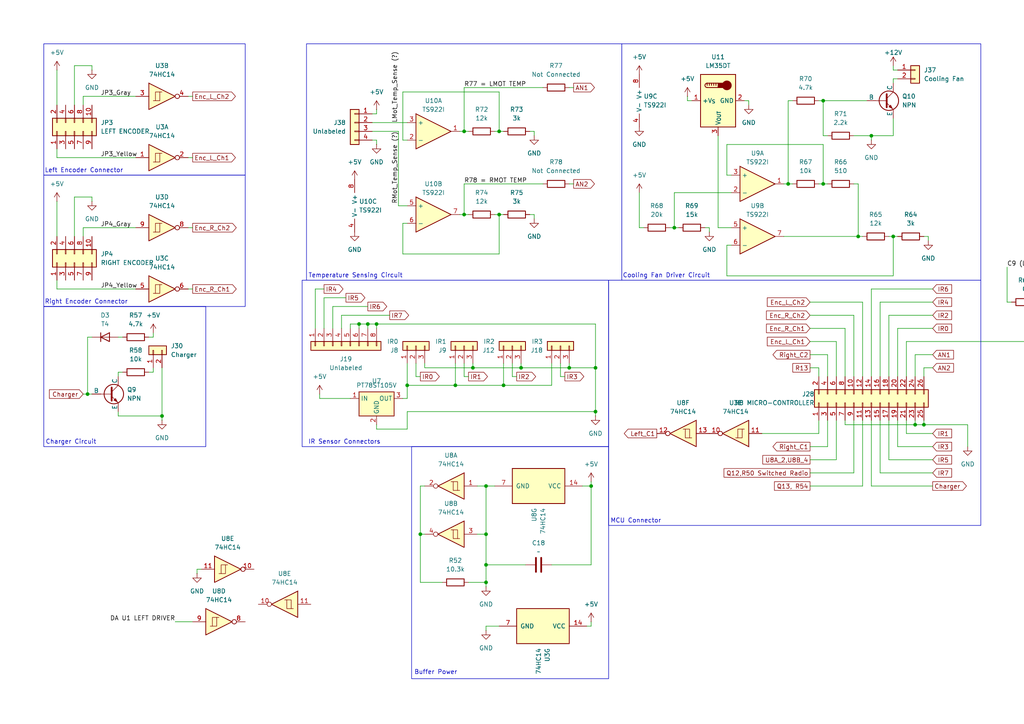
<source format=kicad_sch>
(kicad_sch (version 20231120) (generator "eeschema") (generator_version "8.0")
  (paper "A4")
  (junction (at 140.97 163.83))
  (junction (at 312.42 87.63))
  (junction (at 165.1 106.68))
  (junction (at 238.76 29.21))
  (junction (at 265.43 123.19))
  (junction (at 140.97 140.97))
  (junction (at 104.14 93.98))
  (junction (at 109.22 93.98))
  (junction (at 228.6 53.34))
  (junction (at 172.72 119.38))
  (junction (at 46.99 120.65))
  (junction (at 195.58 66.04))
  (junction (at 259.08 68.58))
  (junction (at 140.97 154.94))
  (junction (at 118.11 111.76))
  (junction (at 106.68 93.98))
  (junction (at 134.62 38.1))
  (junction (at 140.97 168.91))
  (junction (at 144.78 62.23))
  (junction (at 267.97 123.19))
  (junction (at 25.4 114.3))
  (junction (at 137.16 106.68))
  (junction (at 144.78 38.1))
  (junction (at 248.92 68.58))
  (junction (at 302.26 87.63))
  (junction (at 121.92 154.94))
  (junction (at 134.62 62.23))
  (junction (at 151.13 106.68))
  (junction (at 146.05 111.76))
  (junction (at 238.76 53.34))
  (junction (at 171.45 140.97))
  (junction (at 252.73 39.37))
  (junction (at 132.08 111.76))
  (junction (at 172.72 106.68))
  (wire (pts (xy 238.76 53.34) (xy 240.03 53.34)))
  (wire (pts (xy 107.95 35.56) (xy 118.11 35.56)))
  (wire (pts (xy 321.31 87.63) (xy 322.58 87.63)))
  (wire (pts (xy 259.08 20.32) (xy 259.08 19.05)))
  (wire (pts (xy 163.83 109.22) (xy 162.56 109.22)))
  (wire (pts (xy 154.94 63.5) (xy 154.94 62.23)))
  (wire (pts (xy 151.13 106.68) (xy 165.1 106.68)))
  (wire (pts (xy 280.67 123.19) (xy 280.67 129.54)))
  (wire (pts (xy 237.49 29.21) (xy 238.76 29.21)))
  (wire (pts (xy 292.1 77.47) (xy 292.1 87.63)))
  (wire (pts (xy 171.45 181.61) (xy 170.18 181.61)))
  (wire (pts (xy 140.97 154.94) (xy 140.97 163.83)))
  (wire (pts (xy 109.22 124.46) (xy 109.22 123.19)))
  (wire (pts (xy 250.19 87.63) (xy 234.95 87.63)))
  (wire (pts (xy 194.31 66.04) (xy 195.58 66.04)))
  (wire (pts (xy 109.22 41.91) (xy 109.22 40.64)))
  (wire (pts (xy 220.98 125.73) (xy 237.49 125.73)))
  (wire (pts (xy 44.45 97.79) (xy 43.18 97.79)))
  (wire (pts (xy 238.76 29.21) (xy 238.76 39.37)))
  (wire (pts (xy 259.08 34.29) (xy 259.08 39.37)))
  (wire (pts (xy 165.1 106.68) (xy 165.1 105.41)))
  (wire (pts (xy 210.82 71.12) (xy 210.82 80.01)))
  (wire (pts (xy 270.51 133.35) (xy 257.81 133.35)))
  (wire (pts (xy 134.62 109.22) (xy 134.62 105.41)))
  (wire (pts (xy 237.49 106.68) (xy 237.49 109.22)))
  (wire (pts (xy 151.13 105.41) (xy 151.13 106.68)))
  (wire (pts (xy 55.88 45.72) (xy 54.61 45.72)))
  (wire (pts (xy 16.51 58.42) (xy 16.51 68.58)))
  (wire (pts (xy 121.92 109.22) (xy 120.65 109.22)))
  (wire (pts (xy 144.78 38.1) (xy 146.05 38.1)))
  (wire (pts (xy 143.51 140.97) (xy 140.97 140.97)))
  (wire (pts (xy 242.57 109.22) (xy 242.57 99.06)))
  (wire (pts (xy 247.65 121.92) (xy 247.65 137.16)))
  (wire (pts (xy 267.97 106.68) (xy 270.51 106.68)))
  (wire (pts (xy 171.45 139.7) (xy 171.45 140.97)))
  (wire (pts (xy 172.72 106.68) (xy 172.72 119.38)))
  (wire (pts (xy 144.78 26.67) (xy 116.84 26.67)))
  (wire (pts (xy 257.81 91.44) (xy 270.51 91.44)))
  (wire (pts (xy 238.76 29.21) (xy 251.46 29.21)))
  (wire (pts (xy 238.76 39.37) (xy 240.03 39.37)))
  (wire (pts (xy 118.11 124.46) (xy 118.11 119.38)))
  (wire (pts (xy 151.13 106.68) (xy 137.16 106.68)))
  (wire (pts (xy 171.45 163.83) (xy 171.45 140.97)))
  (wire (pts (xy 205.74 66.04) (xy 204.47 66.04)))
  (wire (pts (xy 252.73 40.64) (xy 252.73 39.37)))
  (wire (pts (xy 240.03 109.22) (xy 240.03 102.87)))
  (wire (pts (xy 115.57 59.69) (xy 118.11 59.69)))
  (wire (pts (xy 237.49 53.34) (xy 238.76 53.34)))
  (wire (pts (xy 215.9 29.21) (xy 217.17 29.21)))
  (wire (pts (xy 234.95 91.44) (xy 247.65 91.44)))
  (wire (pts (xy 148.59 109.22) (xy 148.59 105.41)))
  (wire (pts (xy 238.76 41.91) (xy 210.82 41.91)))
  (wire (pts (xy 228.6 29.21) (xy 229.87 29.21)))
  (wire (pts (xy 99.06 95.25) (xy 99.06 91.44)))
  (wire (pts (xy 165.1 106.68) (xy 172.72 106.68)))
  (wire (pts (xy 267.97 123.19) (xy 267.97 121.92)))
  (wire (pts (xy 248.92 53.34) (xy 247.65 53.34)))
  (wire (pts (xy 54.61 66.04) (xy 55.88 66.04)))
  (wire (pts (xy 238.76 53.34) (xy 238.76 41.91)))
  (wire (pts (xy 257.81 121.92) (xy 257.81 133.35)))
  (wire (pts (xy 255.27 121.92) (xy 255.27 137.16)))
  (wire (pts (xy 262.89 125.73) (xy 270.51 125.73)))
  (wire (pts (xy 21.59 57.15) (xy 21.59 68.58)))
  (wire (pts (xy 265.43 102.87) (xy 265.43 109.22)))
  (wire (pts (xy 160.02 111.76) (xy 146.05 111.76)))
  (wire (pts (xy 34.29 120.65) (xy 34.29 119.38)))
  (wire (pts (xy 144.78 62.23) (xy 144.78 73.66)))
  (wire (pts (xy 259.08 20.32) (xy 260.35 20.32)))
  (wire (pts (xy 109.22 33.02) (xy 107.95 33.02)))
  (wire (pts (xy 242.57 133.35) (xy 242.57 121.92)))
  (wire (pts (xy 240.03 102.87) (xy 234.95 102.87)))
  (wire (pts (xy 228.6 53.34) (xy 227.33 53.34)))
  (wire (pts (xy 34.29 109.22) (xy 34.29 107.95)))
  (wire (pts (xy 270.51 95.25) (xy 260.35 95.25)))
  (wire (pts (xy 134.62 62.23) (xy 134.62 53.34)))
  (wire (pts (xy 134.62 25.4) (xy 134.62 38.1)))
  (wire (pts (xy 134.62 53.34) (xy 157.48 53.34)))
  (wire (pts (xy 185.42 55.88) (xy 185.42 66.04)))
  (wire (pts (xy 227.33 68.58) (xy 248.92 68.58)))
  (wire (pts (xy 121.92 154.94) (xy 121.92 168.91)))
  (wire (pts (xy 162.56 109.22) (xy 162.56 105.41)))
  (wire (pts (xy 228.6 29.21) (xy 228.6 53.34)))
  (wire (pts (xy 135.89 109.22) (xy 134.62 109.22)))
  (wire (pts (xy 312.42 87.63) (xy 313.69 87.63)))
  (wire (pts (xy 116.84 40.64) (xy 118.11 40.64)))
  (wire (pts (xy 34.29 97.79) (xy 35.56 97.79)))
  (wire (pts (xy 154.94 39.37) (xy 154.94 38.1)))
  (wire (pts (xy 134.62 62.23) (xy 135.89 62.23)))
  (wire (pts (xy 25.4 114.3) (xy 26.67 114.3)))
  (wire (pts (xy 292.1 87.63) (xy 293.37 87.63)))
  (wire (pts (xy 257.81 68.58) (xy 259.08 68.58)))
  (wire (pts (xy 100.33 86.36) (xy 93.98 86.36)))
  (wire (pts (xy 144.78 73.66) (xy 116.84 73.66)))
  (wire (pts (xy 96.52 88.9) (xy 96.52 95.25)))
  (wire (pts (xy 24.13 66.04) (xy 39.37 66.04)))
  (wire (pts (xy 58.42 165.1) (xy 57.15 165.1)))
  (wire (pts (xy 26.67 57.15) (xy 26.67 58.42)))
  (wire (pts (xy 195.58 55.88) (xy 212.09 55.88)))
  (wire (pts (xy 92.71 115.57) (xy 101.6 115.57)))
  (wire (pts (xy 137.16 106.68) (xy 123.19 106.68)))
  (wire (pts (xy 269.24 68.58) (xy 267.97 68.58)))
  (wire (pts (xy 24.13 114.3) (xy 25.4 114.3)))
  (wire (pts (xy 118.11 119.38) (xy 172.72 119.38)))
  (wire (pts (xy 237.49 125.73) (xy 237.49 121.92)))
  (wire (pts (xy 101.6 95.25) (xy 101.6 93.98)))
  (wire (pts (xy 99.06 91.44) (xy 113.03 91.44)))
  (wire (pts (xy 262.89 99.06) (xy 312.42 99.06)))
  (wire (pts (xy 270.51 83.82) (xy 252.73 83.82)))
  (wire (pts (xy 242.57 99.06) (xy 234.95 99.06)))
  (wire (pts (xy 123.19 140.97) (xy 121.92 140.97)))
  (wire (pts (xy 116.84 64.77) (xy 118.11 64.77)))
  (wire (pts (xy 165.1 53.34) (xy 166.37 53.34)))
  (wire (pts (xy 140.97 181.61) (xy 144.78 181.61)))
  (wire (pts (xy 44.45 96.52) (xy 44.45 97.79)))
  (wire (pts (xy 50.8 180.34) (xy 55.88 180.34)))
  (wire (pts (xy 109.22 93.98) (xy 106.68 93.98)))
  (wire (pts (xy 252.73 39.37) (xy 259.08 39.37)))
  (wire (pts (xy 16.51 81.28) (xy 16.51 83.82)))
  (wire (pts (xy 210.82 50.8) (xy 210.82 41.91)))
  (wire (pts (xy 26.67 19.05) (xy 26.67 20.32)))
  (wire (pts (xy 16.51 43.18) (xy 16.51 45.72)))
  (wire (pts (xy 210.82 50.8) (xy 212.09 50.8)))
  (wire (pts (xy 259.08 68.58) (xy 259.08 80.01)))
  (wire (pts (xy 134.62 38.1) (xy 135.89 38.1)))
  (wire (pts (xy 140.97 182.88) (xy 140.97 181.61)))
  (wire (pts (xy 154.94 38.1) (xy 153.67 38.1)))
  (wire (pts (xy 245.11 121.92) (xy 245.11 123.19)))
  (wire (pts (xy 140.97 168.91) (xy 135.89 168.91)))
  (wire (pts (xy 24.13 30.48) (xy 24.13 27.94)))
  (wire (pts (xy 260.35 22.86) (xy 259.08 22.86)))
  (wire (pts (xy 116.84 64.77) (xy 116.84 73.66)))
  (wire (pts (xy 247.65 39.37) (xy 252.73 39.37)))
  (wire (pts (xy 260.35 121.92) (xy 260.35 129.54)))
  (wire (pts (xy 21.59 19.05) (xy 21.59 30.48)))
  (wire (pts (xy 109.22 95.25) (xy 109.22 93.98)))
  (wire (pts (xy 195.58 66.04) (xy 195.58 55.88)))
  (wire (pts (xy 16.51 45.72) (xy 39.37 45.72)))
  (wire (pts (xy 302.26 87.63) (xy 302.26 88.9)))
  (wire (pts (xy 143.51 62.23) (xy 144.78 62.23)))
  (wire (pts (xy 106.68 88.9) (xy 96.52 88.9)))
  (wire (pts (xy 109.22 93.98) (xy 172.72 93.98)))
  (wire (pts (xy 255.27 87.63) (xy 255.27 109.22)))
  (wire (pts (xy 262.89 109.22) (xy 262.89 99.06)))
  (wire (pts (xy 138.43 154.94) (xy 140.97 154.94)))
  (wire (pts (xy 269.24 69.85) (xy 269.24 68.58)))
  (wire (pts (xy 21.59 19.05) (xy 26.67 19.05)))
  (wire (pts (xy 115.57 38.1) (xy 115.57 59.69)))
  (wire (pts (xy 250.19 109.22) (xy 250.19 87.63)))
  (wire (pts (xy 146.05 111.76) (xy 132.08 111.76)))
  (wire (pts (xy 118.11 115.57) (xy 118.11 111.76)))
  (wire (pts (xy 120.65 109.22) (xy 120.65 105.41)))
  (wire (pts (xy 262.89 121.92) (xy 262.89 125.73)))
  (wire (pts (xy 140.97 163.83) (xy 152.4 163.83)))
  (wire (pts (xy 25.4 97.79) (xy 25.4 114.3)))
  (wire (pts (xy 149.86 109.22) (xy 148.59 109.22)))
  (wire (pts (xy 228.6 53.34) (xy 229.87 53.34)))
  (wire (pts (xy 92.71 114.3) (xy 92.71 115.57)))
  (wire (pts (xy 199.39 29.21) (xy 200.66 29.21)))
  (wire (pts (xy 140.97 168.91) (xy 140.97 170.18)))
  (wire (pts (xy 107.95 38.1) (xy 115.57 38.1)))
  (wire (pts (xy 160.02 163.83) (xy 171.45 163.83)))
  (wire (pts (xy 270.51 102.87) (xy 265.43 102.87)))
  (wire (pts (xy 93.98 83.82) (xy 91.44 83.82)))
  (wire (pts (xy 118.11 111.76) (xy 132.08 111.76)))
  (wire (pts (xy 57.15 165.1) (xy 57.15 166.37)))
  (wire (pts (xy 93.98 86.36) (xy 93.98 95.25)))
  (wire (pts (xy 34.29 107.95) (xy 35.56 107.95)))
  (wire (pts (xy 134.62 38.1) (xy 133.35 38.1)))
  (wire (pts (xy 267.97 109.22) (xy 267.97 106.68)))
  (wire (pts (xy 259.08 80.01) (xy 210.82 80.01)))
  (wire (pts (xy 116.84 115.57) (xy 118.11 115.57)))
  (wire (pts (xy 46.99 120.65) (xy 46.99 106.68)))
  (wire (pts (xy 248.92 53.34) (xy 248.92 68.58)))
  (wire (pts (xy 104.14 93.98) (xy 106.68 93.98)))
  (wire (pts (xy 312.42 87.63) (xy 312.42 99.06)))
  (wire (pts (xy 234.95 129.54) (xy 240.03 129.54)))
  (wire (pts (xy 123.19 106.68) (xy 123.19 105.41)))
  (wire (pts (xy 132.08 111.76) (xy 132.08 105.41)))
  (wire (pts (xy 265.43 123.19) (xy 267.97 123.19)))
  (wire (pts (xy 143.51 38.1) (xy 144.78 38.1)))
  (wire (pts (xy 154.94 62.23) (xy 153.67 62.23)))
  (wire (pts (xy 300.99 87.63) (xy 302.26 87.63)))
  (wire (pts (xy 212.09 66.04) (xy 208.28 66.04)))
  (wire (pts (xy 250.19 140.97) (xy 234.95 140.97)))
  (wire (pts (xy 257.81 109.22) (xy 257.81 91.44)))
  (wire (pts (xy 250.19 140.97) (xy 250.19 121.92)))
  (wire (pts (xy 121.92 140.97) (xy 121.92 154.94)))
  (wire (pts (xy 210.82 71.12) (xy 212.09 71.12)))
  (wire (pts (xy 16.51 83.82) (xy 39.37 83.82)))
  (wire (pts (xy 91.44 83.82) (xy 91.44 95.25)))
  (wire (pts (xy 260.35 95.25) (xy 260.35 109.22)))
  (wire (pts (xy 137.16 106.68) (xy 137.16 105.41)))
  (wire (pts (xy 252.73 83.82) (xy 252.73 109.22)))
  (wire (pts (xy 46.99 120.65) (xy 34.29 120.65)))
  (wire (pts (xy 260.35 129.54) (xy 270.51 129.54)))
  (wire (pts (xy 248.92 68.58) (xy 250.19 68.58)))
  (wire (pts (xy 234.95 133.35) (xy 242.57 133.35)))
  (wire (pts (xy 140.97 140.97) (xy 140.97 154.94)))
  (wire (pts (xy 121.92 168.91) (xy 128.27 168.91)))
  (wire (pts (xy 265.43 121.92) (xy 265.43 123.19)))
  (wire (pts (xy 54.61 83.82) (xy 55.88 83.82)))
  (wire (pts (xy 195.58 66.04) (xy 196.85 66.04)))
  (wire (pts (xy 121.92 154.94) (xy 123.19 154.94)))
  (wire (pts (xy 322.58 86.36) (xy 322.58 87.63)))
  (wire (pts (xy 44.45 107.95) (xy 43.18 107.95)))
  (wire (pts (xy 109.22 124.46) (xy 118.11 124.46)))
  (wire (pts (xy 55.88 27.94) (xy 54.61 27.94)))
  (wire (pts (xy 303.53 87.63) (xy 302.26 87.63)))
  (wire (pts (xy 24.13 27.94) (xy 39.37 27.94)))
  (wire (pts (xy 252.73 140.97) (xy 270.51 140.97)))
  (wire (pts (xy 259.08 22.86) (xy 259.08 24.13)))
  (wire (pts (xy 311.15 87.63) (xy 312.42 87.63)))
  (wire (pts (xy 234.95 106.68) (xy 237.49 106.68)))
  (wire (pts (xy 245.11 123.19) (xy 265.43 123.19)))
  (wire (pts (xy 138.43 140.97) (xy 140.97 140.97)))
  (wire (pts (xy 208.28 39.37) (xy 208.28 66.04)))
  (wire (pts (xy 259.08 68.58) (xy 260.35 68.58)))
  (wire (pts (xy 25.4 97.79) (xy 26.67 97.79)))
  (wire (pts (xy 101.6 93.98) (xy 104.14 93.98)))
  (wire (pts (xy 172.72 93.98) (xy 172.72 106.68)))
  (wire (pts (xy 234.95 95.25) (xy 245.11 95.25)))
  (wire (pts (xy 24.13 68.58) (xy 24.13 66.04)))
  (wire (pts (xy 16.51 20.32) (xy 16.51 30.48)))
  (wire (pts (xy 172.72 119.38) (xy 172.72 120.65)))
  (wire (pts (xy 165.1 25.4) (xy 166.37 25.4)))
  (wire (pts (xy 247.65 91.44) (xy 247.65 109.22)))
  (wire (pts (xy 146.05 105.41) (xy 146.05 111.76)))
  (wire (pts (xy 106.68 93.98) (xy 106.68 95.25)))
  (wire (pts (xy 255.27 137.16) (xy 270.51 137.16)))
  (wire (pts (xy 21.59 57.15) (xy 26.67 57.15)))
  (wire (pts (xy 116.84 26.67) (xy 116.84 40.64)))
  (wire (pts (xy 160.02 105.41) (xy 160.02 111.76)))
  (wire (pts (xy 199.39 27.94) (xy 199.39 29.21)))
  (wire (pts (xy 46.99 121.92) (xy 46.99 120.65)))
  (wire (pts (xy 118.11 105.41) (xy 118.11 111.76)))
  (wire (pts (xy 217.17 29.21) (xy 217.17 30.48)))
  (wire (pts (xy 144.78 62.23) (xy 146.05 62.23)))
  (wire (pts (xy 109.22 40.64) (xy 107.95 40.64)))
  (wire (pts (xy 171.45 181.61) (xy 171.45 180.34)))
  (wire (pts (xy 109.22 31.75) (xy 109.22 33.02)))
  (wire (pts (xy 140.97 163.83) (xy 140.97 168.91)))
  (wire (pts (xy 245.11 95.25) (xy 245.11 109.22)))
  (wire (pts (xy 252.73 121.92) (xy 252.73 140.97)))
  (wire (pts (xy 205.74 67.31) (xy 205.74 66.04)))
  (wire (pts (xy 234.95 137.16) (xy 247.65 137.16)))
  (wire (pts (xy 44.45 106.68) (xy 44.45 107.95)))
  (wire (pts (xy 144.78 38.1) (xy 144.78 26.67)))
  (wire (pts (xy 133.35 62.23) (xy 134.62 62.23)))
  (wire (pts (xy 185.42 66.04) (xy 186.69 66.04)))
  (wire (pts (xy 240.03 129.54) (xy 240.03 121.92)))
  (wire (pts (xy 267.97 123.19) (xy 280.67 123.19)))
  (wire (pts (xy 134.62 25.4) (xy 157.48 25.4)))
  (wire (pts (xy 171.45 140.97) (xy 168.91 140.97)))
  (wire (pts (xy 104.14 93.98) (xy 104.14 95.25)))
  (wire (pts (xy 270.51 87.63) (xy 255.27 87.63)))
  (rectangle (start 12.7 12.7) (end 71.12 50.8))
  (rectangle (start 176.53 81.28) (end 284.48 152.4))
  (rectangle (start 119.38 129.54) (end 176.53 196.85))
  (rectangle (start 12.7 50.8) (end 71.12 88.9))
  (rectangle (start 88.9 12.7) (end 180.34 81.28))
  (rectangle (start 87.63 81.28) (end 176.53 129.54))
  (rectangle (start 180.34 12.7) (end 284.48 81.28))
  (rectangle (start 12.7 88.9) (end 59.69 129.54))
  (text "IR Sensor Connectors" (at 89.408 128.27 0) (effects (font (size 1.27 1.27)) (justify left)))
  (text "Cooling Fan Driver Circuit\n" (at 180.594 80.01 0) (effects (font (size 1.27 1.27)) (justify left)))
  (text "Buffer Power\n" (at 120.142 195.072 0) (effects (font (size 1.27 1.27)) (justify left)))
  (text "MCU Connector\n" (at 177.038 151.13 0) (effects (font (size 1.27 1.27)) (justify left)))
  (text "Left Encoder Connector\n" (at 12.954 49.53 0) (effects (font (size 1.27 1.27)) (justify left)))
  (text "Charger Circuit" (at 13.208 128.27 0) (effects (font (size 1.27 1.27)) (justify left)))
  (text "Temperature Sensing Circuit" (at 89.408 80.01 0) (effects (font (size 1.27 1.27)) (justify left)))
  (text "Right Encoder Connector\n" (at 12.954 87.63 0) (effects (font (size 1.27 1.27)) (justify left)))
  (label "JP4_Gray" (at 29.21 66.04 0))
  (label "JP3_Yellow" (at 29.21 45.72 0))
  (label "DA U1 LEFT DRIVER" (at 50.8 180.34 180))
  (label "R77 = LMOT TEMP" (at 134.62 25.4 0))
  (label "R78 = RMOT TEMP" (at 134.62 53.34 0))
  (label "RMot_Temp_Sense (?)" (at 115.57 38.1 270))
  (label "C9 (Left Drv)" (at 292.1 77.47 0))
  (label "JP4_Yellow" (at 29.21 83.82 0))
  (label "LMot_Temp_Sense (?)" (at 115.57 35.56 90))
  (label "JP3_Gray" (at 29.21 27.94 0))
  (global_label "Left_C1" (shape output) (at 190.5 125.73 180) (property "Intersheetrefs" "${INTERSHEET_REFS}" (effects (hide yes))))
  (global_label "Charger" (shape input) (at 24.13 114.3 180) (property "Intersheetrefs" "${INTERSHEET_REFS}" (effects (hide yes))))
  (global_label "Enc_L_Ch2" (shape input) (at 234.95 87.63 180) (property "Intersheetrefs" "${INTERSHEET_REFS}" (effects (hide yes))))
  (global_label "IR1" (shape input) (at 270.51 125.73 0) (property "Intersheetrefs" "${INTERSHEET_REFS}" (effects (hide yes))))
  (global_label "IR3" (shape input) (at 270.51 129.54 0) (property "Intersheetrefs" "${INTERSHEET_REFS}" (effects (hide yes))))
  (global_label "Enc_R_Ch2" (shape input) (at 234.95 91.44 180) (property "Intersheetrefs" "${INTERSHEET_REFS}" (effects (hide yes))))
  (global_label "Q12,R50 Switched Radio" (shape passive) (at 234.95 137.16 180) (property "Intersheetrefs" "${INTERSHEET_REFS}" (effects (hide yes))))
  (global_label "Enc_R_Ch1" (shape output) (at 55.88 83.82 0) (property "Intersheetrefs" "${INTERSHEET_REFS}" (effects (hide yes))))
  (global_label "Q13, R54" (shape passive) (at 234.95 140.97 180) (property "Intersheetrefs" "${INTERSHEET_REFS}" (effects (hide yes))))
  (global_label "U8A_2,U8B_4" (shape passive) (at 234.95 133.35 180) (property "Intersheetrefs" "${INTERSHEET_REFS}" (effects (hide yes))))
  (global_label "IR4" (shape output) (at 93.98 83.82 0) (property "Intersheetrefs" "${INTERSHEET_REFS}" (effects (hide yes))))
  (global_label "Enc_R_Ch2" (shape output) (at 55.88 66.04 0) (property "Intersheetrefs" "${INTERSHEET_REFS}" (effects (hide yes))))
  (global_label "Enc_R_Ch1" (shape input) (at 234.95 95.25 180) (property "Intersheetrefs" "${INTERSHEET_REFS}" (effects (hide yes))))
  (global_label "IR6" (shape input) (at 270.51 83.82 0) (property "Intersheetrefs" "${INTERSHEET_REFS}" (effects (hide yes))))
  (global_label "Charger" (shape output) (at 270.51 140.97 0) (property "Intersheetrefs" "${INTERSHEET_REFS}" (effects (hide yes))))
  (global_label "IR3" (shape output) (at 163.83 109.22 0) (property "Intersheetrefs" "${INTERSHEET_REFS}" (effects (hide yes))))
  (global_label "Enc_L_Ch1" (shape input) (at 234.95 99.06 180) (property "Intersheetrefs" "${INTERSHEET_REFS}" (effects (hide yes))))
  (global_label "IR5" (shape input) (at 270.51 133.35 0) (property "Intersheetrefs" "${INTERSHEET_REFS}" (effects (hide yes))))
  (global_label "Right_C1" (shape output) (at 234.95 129.54 180) (property "Intersheetrefs" "${INTERSHEET_REFS}" (effects (hide yes))))
  (global_label "R13" (shape passive) (at 234.95 106.68 180) (property "Intersheetrefs" "${INTERSHEET_REFS}" (effects (hide yes))))
  (global_label "AN1" (shape output) (at 166.37 25.4 0) (property "Intersheetrefs" "${INTERSHEET_REFS}" (effects (hide yes))))
  (global_label "AN2" (shape input) (at 270.51 106.68 0) (property "Intersheetrefs" "${INTERSHEET_REFS}" (effects (hide yes))))
  (global_label "IR1" (shape output) (at 135.89 109.22 0) (property "Intersheetrefs" "${INTERSHEET_REFS}" (effects (hide yes))))
  (global_label "IR2" (shape output) (at 149.86 109.22 0) (property "Intersheetrefs" "${INTERSHEET_REFS}" (effects (hide yes))))
  (global_label "Enc_L_Ch2" (shape output) (at 55.88 27.94 0) (property "Intersheetrefs" "${INTERSHEET_REFS}" (effects (hide yes))))
  (global_label "IR4" (shape input) (at 270.51 87.63 0) (property "Intersheetrefs" "${INTERSHEET_REFS}" (effects (hide yes))))
  (global_label "IR0" (shape input) (at 270.51 95.25 0) (property "Intersheetrefs" "${INTERSHEET_REFS}" (effects (hide yes))))
  (global_label "IR6" (shape output) (at 106.68 88.9 0) (property "Intersheetrefs" "${INTERSHEET_REFS}" (effects (hide yes))))
  (global_label "IR7" (shape output) (at 113.03 91.44 0) (property "Intersheetrefs" "${INTERSHEET_REFS}" (effects (hide yes))))
  (global_label "AN1" (shape input) (at 270.51 102.87 0) (property "Intersheetrefs" "${INTERSHEET_REFS}" (effects (hide yes))))
  (global_label "AN2" (shape output) (at 166.37 53.34 0) (property "Intersheetrefs" "${INTERSHEET_REFS}" (effects (hide yes))))
  (global_label "Enc_L_Ch1" (shape output) (at 55.88 45.72 0) (property "Intersheetrefs" "${INTERSHEET_REFS}" (effects (hide yes))))
  (global_label "Right_C2" (shape output) (at 234.95 102.87 180) (property "Intersheetrefs" "${INTERSHEET_REFS}" (effects (hide yes))))
  (global_label "IR5" (shape output) (at 100.33 86.36 0) (property "Intersheetrefs" "${INTERSHEET_REFS}" (effects (hide yes))))
  (global_label "IR2" (shape input) (at 270.51 91.44 0) (property "Intersheetrefs" "${INTERSHEET_REFS}" (effects (hide yes))))
  (global_label "IR0" (shape output) (at 121.92 109.22 0) (property "Intersheetrefs" "${INTERSHEET_REFS}" (effects (hide yes))))
  (global_label "IR7" (shape input) (at 270.51 137.16 0) (property "Intersheetrefs" "${INTERSHEET_REFS}" (effects (hide yes))))
  (symbol (lib_id "74xx:74HC14") (at 46.99 27.94 0) (unit 2)
    (property "Reference" "U3" (at 46.99 19.05 0))
    (property "Value" "74HC14" (at 46.99 21.59 0))
    (property "Footprint" "Package_DIP:DIP-14_W7.62mm_SMDSocket_SmallPads" (effects (hide yes)))
    (property "Datasheet" "http://www.ti.com/lit/gpn/sn74HC14" (effects (hide yes)))
    (property "Description" "Hex inverter schmitt trigger" (effects (hide yes)))
  )
  (symbol (lib_name "Conn_01x03_1") (lib_id "Connector_Generic:Conn_01x03") (at 148.59 100.33 90) (unit 1)
    (property "Reference" "J12" (at 143.51 101.6001 90) (effects (justify left)))
    (property "Value" "IR2" (at 143.51 99.0601 90) (effects (justify left)))
    (property "Description" "Generic connector, single row, 01x03, script generated (kicad-library-utils/schlib/autogen/connector/)" (effects (hide yes)))
  )
  (symbol (lib_id "74xx:74HC14") (at 82.55 175.26 0) (mirror y) (unit 5)
    (property "Reference" "U8" (at 82.55 166.37 0))
    (property "Value" "74HC14" (at 82.55 168.91 0))
    (property "Footprint" "Package_DIP:DIP-14_W7.62mm_SMDSocket_SmallPads" (effects (hide yes)))
    (property "Datasheet" "http://www.ti.com/lit/gpn/sn74HC14" (effects (hide yes)))
    (property "Description" "Hex inverter schmitt trigger" (effects (hide yes)))
  )
  (symbol (lib_id "power:GND") (at 280.67 129.54 0) (unit 1)
    (property "Reference" "#PWR026" (effects (hide yes)))
    (property "Value" "GND" (at 280.67 134.62 0))
    (property "Description" "Power symbol creates a global label with name \"GND\" , ground" (effects (hide yes)))
  )
  (symbol (lib_id "Device:R") (at 39.37 97.79 90) (unit 1)
    (property "Reference" "R57" (at 39.37 91.44 90))
    (property "Value" "4.7k" (at 39.37 93.98 90))
    (property "Description" "Resistor" (effects (hide yes)))
  )
  (symbol (lib_id "Device:R") (at 264.16 68.58 90) (unit 1)
    (property "Reference" "R64" (at 264.16 62.23 90))
    (property "Value" "3k" (at 264.16 64.77 90))
    (property "Description" "Resistor" (effects (hide yes)))
  )
  (symbol (lib_id "power:+12V") (at 259.08 19.05 0) (unit 1)
    (property "Reference" "#PWR032" (effects (hide yes)))
    (property "Value" "+12V" (at 259.08 15.24 0))
    (property "Description" "Power symbol creates a global label with name \"+12V\"" (effects (hide yes)))
  )
  (symbol (lib_id "74xx:74HC14") (at 63.5 180.34 0) (unit 4)
    (property "Reference" "U8" (at 63.5 171.45 0))
    (property "Value" "74HC14" (at 63.5 173.99 0))
    (property "Datasheet" "http://www.ti.com/lit/gpn/sn74HC14" (effects (hide yes)))
    (property "Description" "Hex inverter schmitt trigger" (effects (hide yes)))
  )
  (symbol (lib_name "Conn_01x03_2") (lib_id "Connector_Generic:Conn_01x03") (at 120.65 100.33 90) (unit 1)
    (property "Reference" "J8" (at 115.57 101.6001 90) (effects (justify left)))
    (property "Value" "IR0" (at 115.57 99.0601 90) (effects (justify left)))
    (property "Description" "Generic connector, single row, 01x03, script generated (kicad-library-utils/schlib/autogen/connector/)" (effects (hide yes)))
  )
  (symbol (lib_id "Connector_Generic:Conn_01x08") (at 99.06 100.33 90) (mirror x) (unit 1)
    (property "Reference" "J19" (at 100.33 104.14 90))
    (property "Value" "Unlabeled" (at 100.33 106.68 90))
    (property "Description" "Generic connector, single row, 01x08, script generated (kicad-library-utils/schlib/autogen/connector/)" (effects (hide yes)))
  )
  (symbol (lib_id "Connector_Generic:Conn_01x04") (at 102.87 35.56 0) (mirror y) (unit 1)
    (property "Reference" "J38" (at 100.33 35.5599 0) (effects (justify left)))
    (property "Value" "Unlabeled" (at 100.33 38.0999 0) (effects (justify left)))
    (property "Description" "Generic connector, single row, 01x04, script generated (kicad-library-utils/schlib/autogen/connector/)" (effects (hide yes)))
  )
  (symbol (lib_id "power:GND") (at 140.97 170.18 0) (unit 1)
    (property "Reference" "#PWR07" (effects (hide yes)))
    (property "Value" "GND" (at 140.97 175.26 0))
    (property "Description" "Power symbol creates a global label with name \"GND\" , ground" (effects (hide yes)))
  )
  (symbol (lib_id "power:GND") (at 185.42 36.83 0) (unit 1)
    (property "Reference" "#PWR028" (effects (hide yes)))
    (property "Value" "GND" (at 185.42 41.91 0))
    (property "Description" "Power symbol creates a global label with name \"GND\" , ground" (effects (hide yes)))
  )
  (symbol (lib_id "power:GND") (at 57.15 166.37 0) (unit 1)
    (property "Reference" "#PWR06" (effects (hide yes)))
    (property "Value" "GND" (at 57.15 171.45 0))
    (property "Description" "Power symbol creates a global label with name \"GND\" , ground" (effects (hide yes)))
  )
  (symbol (lib_id "Device:R") (at 297.18 87.63 90) (unit 1)
    (property "Reference" "R61" (at 297.18 81.28 90))
    (property "Value" "0" (at 297.18 83.82 90))
    (property "Description" "Resistor" (effects (hide yes)))
  )
  (symbol (lib_id "power:+5V") (at 16.51 20.32 0) (unit 1)
    (property "Reference" "#PWR01" (effects (hide yes)))
    (property "Value" "+5V" (at 16.51 15.24 0))
    (property "Description" "Power symbol creates a global label with name \"+5V\"" (effects (hide yes)))
  )
  (symbol (lib_id "Device:R") (at 161.29 25.4 90) (unit 1)
    (property "Reference" "R77" (at 161.29 19.05 90))
    (property "Value" "Not Connected" (at 161.29 21.59 90))
    (property "Description" "Resistor" (effects (hide yes)))
  )
  (symbol (lib_id "power:GND") (at 154.94 39.37 0) (unit 1)
    (property "Reference" "#PWR039" (effects (hide yes)))
    (property "Value" "GND" (at 154.94 44.45 0))
    (property "Description" "Power symbol creates a global label with name \"GND\" , ground" (effects (hide yes)))
  )
  (symbol (lib_id "power:GND") (at 26.67 58.42 0) (unit 1)
    (property "Reference" "#PWR05" (effects (hide yes)))
    (property "Value" "GND" (at 26.67 63.5 0))
    (property "Description" "Power symbol creates a global label with name \"GND\" , ground" (effects (hide yes)))
  )
  (symbol (lib_id "power:GND") (at 217.17 30.48 0) (mirror y) (unit 1)
    (property "Reference" "#PWR036" (effects (hide yes)))
    (property "Value" "GND" (at 217.17 35.56 0))
    (property "Description" "Power symbol creates a global label with name \"GND\" , ground" (effects (hide yes)))
  )
  (symbol (lib_id "Device:R") (at 254 68.58 90) (unit 1)
    (property "Reference" "R65" (at 254 62.23 90))
    (property "Value" "12k" (at 254 64.77 90))
    (property "Description" "Resistor" (effects (hide yes)))
  )
  (symbol (lib_id "Device:Opamp_Dual") (at 219.71 53.34 0) (unit 1)
    (property "Reference" "U9" (at 219.71 44.45 0))
    (property "Value" "TS922I" (at 219.71 46.99 0))
    (property "Description" "Dual operational amplifier" (effects (hide yes)))
    (property "Sim.Library" "${KICAD7_SYMBOL_DIR}/Simulation_SPICE.sp" (effects (hide yes)))
    (property "Sim.Name" "kicad_builtin_opamp_dual" (effects (hide yes)))
    (property "Sim.Device" "SUBCKT" (effects (hide yes)))
    (property "Sim.Pins" "1=out1 2=in1- 3=in1+ 4=vee 5=in2+ 6=in2- 7=out2 8=vcc" (effects (hide yes)))
  )
  (symbol (lib_id "74xx:74HC14") (at 46.99 45.72 0) (unit 1)
    (property "Reference" "U3" (at 46.99 36.83 0))
    (property "Value" "74HC14" (at 46.99 39.37 0))
    (property "Footprint" "Package_DIP:DIP-14_W7.62mm_SMDSocket_SmallPads" (effects (hide yes)))
    (property "Datasheet" "http://www.ti.com/lit/gpn/sn74HC14" (effects (hide yes)))
    (property "Description" "Hex inverter schmitt trigger" (effects (hide yes)))
  )
  (symbol (lib_id "74xx:74HC14") (at 46.99 83.82 0) (unit 3)
    (property "Reference" "U3" (at 46.99 74.93 0))
    (property "Value" "74HC14" (at 46.99 77.47 0))
    (property "Footprint" "Package_DIP:DIP-14_W7.62mm_SMDSocket_SmallPads" (effects (hide yes)))
    (property "Datasheet" "http://www.ti.com/lit/gpn/sn74HC14" (effects (hide yes)))
    (property "Description" "Hex inverter schmitt trigger" (effects (hide yes)))
  )
  (symbol (lib_id "74xx:74HC14") (at 156.21 140.97 270) (mirror x) (unit 7)
    (property "Reference" "U8" (at 154.9399 147.32 0) (effects (justify right)))
    (property "Value" "74HC14" (at 157.4799 147.32 0) (effects (justify right)))
    (property "Datasheet" "http://www.ti.com/lit/gpn/sn74HC14" (effects (hide yes)))
    (property "Description" "Hex inverter schmitt trigger" (effects (hide yes)))
  )
  (symbol (lib_id "74xx:74HC14") (at 213.36 125.73 180) (unit 5)
    (property "Reference" "U3" (at 213.36 116.84 0))
    (property "Value" "74HC14" (at 213.36 119.38 0))
    (property "Footprint" "Package_DIP:DIP-14_W7.62mm_SMDSocket_SmallPads" (effects (hide yes)))
    (property "Datasheet" "http://www.ti.com/lit/gpn/sn74HC14" (effects (hide yes)))
    (property "Description" "Hex inverter schmitt trigger" (effects (hide yes)))
  )
  (symbol (lib_id "power:GND") (at 109.22 41.91 0) (unit 1)
    (property "Reference" "#PWR041" (effects (hide yes)))
    (property "Value" "GND" (at 109.22 46.99 0))
    (property "Description" "Power symbol creates a global label with name \"GND\" , ground" (effects (hide yes)))
  )
  (symbol (lib_id "power:GND") (at 252.73 40.64 0) (unit 1)
    (property "Reference" "#PWR030" (effects (hide yes)))
    (property "Value" "GND" (at 252.73 45.72 0))
    (property "Description" "Power symbol creates a global label with name \"GND\" , ground" (effects (hide yes)))
  )
  (symbol (lib_id "Device:Opamp_Dual") (at 125.73 38.1 0) (unit 1)
    (property "Reference" "U10" (at 125.73 29.21 0))
    (property "Value" "TS922I" (at 125.73 31.75 0))
    (property "Description" "Dual operational amplifier" (effects (hide yes)))
    (property "Sim.Library" "${KICAD7_SYMBOL_DIR}/Simulation_SPICE.sp" (effects (hide yes)))
    (property "Sim.Name" "kicad_builtin_opamp_dual" (effects (hide yes)))
    (property "Sim.Device" "SUBCKT" (effects (hide yes)))
    (property "Sim.Pins" "1=out1 2=in1- 3=in1+ 4=vee 5=in2+ 6=in2- 7=out2 8=vcc" (effects (hide yes)))
  )
  (symbol (lib_id "Connector_Generic:Conn_02x05_Odd_Even") (at 21.59 76.2 90) (unit 1)
    (property "Reference" "JP4" (at 29.21 73.6599 90) (effects (justify right)))
    (property "Value" "RIGHT ENCODER" (at 29.21 76.1999 90) (effects (justify right)))
    (property "Description" "Generic connector, double row, 02x05, odd/even pin numbering scheme (row 1 odd numbers, row 2 even numbers), script generated (kicad-library-utils/schlib/autogen/connector/)" (effects (hide yes)))
  )
  (symbol (lib_id "Device:Opamp_Dual") (at 219.71 68.58 0) (unit 2)
    (property "Reference" "U9" (at 219.71 59.69 0))
    (property "Value" "TS922I" (at 219.71 62.23 0))
    (property "Description" "Dual operational amplifier" (effects (hide yes)))
    (property "Sim.Library" "${KICAD7_SYMBOL_DIR}/Simulation_SPICE.sp" (effects (hide yes)))
    (property "Sim.Name" "kicad_builtin_opamp_dual" (effects (hide yes)))
    (property "Sim.Device" "SUBCKT" (effects (hide yes)))
    (property "Sim.Pins" "1=out1 2=in1- 3=in1+ 4=vee 5=in2+ 6=in2- 7=out2 8=vcc" (effects (hide yes)))
  )
  (symbol (lib_name "Conn_01x03_3") (lib_id "Connector_Generic:Conn_01x03") (at 134.62 100.33 90) (unit 1)
    (property "Reference" "J9" (at 129.54 101.6001 90) (effects (justify left)))
    (property "Value" "IR1" (at 129.54 99.0601 90) (effects (justify left)))
    (property "Description" "Generic connector, single row, 01x03, script generated (kicad-library-utils/schlib/autogen/connector/)" (effects (hide yes)))
  )
  (symbol (lib_id "Device:Opamp_Dual") (at 105.41 59.69 0) (unit 3)
    (property "Reference" "U10" (at 104.14 58.4199 0) (effects (justify left)))
    (property "Value" "TS922I" (at 104.14 60.9599 0) (effects (justify left)))
    (property "Description" "Dual operational amplifier" (effects (hide yes)))
    (property "Sim.Library" "${KICAD7_SYMBOL_DIR}/Simulation_SPICE.sp" (effects (hide yes)))
    (property "Sim.Name" "kicad_builtin_opamp_dual" (effects (hide yes)))
    (property "Sim.Device" "SUBCKT" (effects (hide yes)))
    (property "Sim.Pins" "1=out1 2=in1- 3=in1+ 4=vee 5=in2+ 6=in2- 7=out2 8=vcc" (effects (hide yes)))
  )
  (symbol (lib_id "power:+5V") (at 171.45 180.34 0) (unit 1)
    (property "Reference" "#PWR012" (effects (hide yes)))
    (property "Value" "+5V" (at 171.45 175.26 0))
    (property "Description" "Power symbol creates a global label with name \"+5V\"" (effects (hide yes)))
  )
  (symbol (lib_id "power:GND") (at 172.72 120.65 0) (unit 1)
    (property "Reference" "#PWR043" (effects (hide yes)))
    (property "Value" "GND" (at 172.72 125.73 0))
    (property "Description" "Power symbol creates a global label with name \"GND\" , ground" (effects (hide yes)))
  )
  (symbol (lib_id "power:GND") (at 102.87 67.31 0) (unit 1)
    (property "Reference" "#PWR038" (effects (hide yes)))
    (property "Value" "GND" (at 102.87 72.39 0))
    (property "Description" "Power symbol creates a global label with name \"GND\" , ground" (effects (hide yes)))
  )
  (symbol (lib_id "Connector_Generic:Conn_01x02") (at 44.45 101.6 90) (unit 1)
    (property "Reference" "J30" (at 49.53 100.3299 90) (effects (justify right)))
    (property "Value" "Charger" (at 49.53 102.8699 90) (effects (justify right)))
    (property "Description" "Generic connector, single row, 01x02, script generated (kicad-library-utils/schlib/autogen/connector/)" (effects (hide yes)))
  )
  (symbol (lib_id "Pioneer:PT78ST105V") (at 109.22 116.84 0) (unit 1)
    (property "Reference" "U7" (at 109.22 110.49 0))
    (property "Value" "PT78ST105V" (at 109.22 111.76 0))
    (property "Datasheet" "https://mm.digikey.com/Volume0/opasdata/d220001/medias/docus/1/PT78ST100.pdf" (effects (hide yes)))
  )
  (symbol (lib_id "Simulation_SPICE:NPN") (at 31.75 114.3 0) (unit 1)
    (property "Reference" "Q9" (at 36.83 113.0299 0) (effects (justify left)))
    (property "Value" "NPN" (at 36.83 115.5699 0) (effects (justify left)))
    (property "Datasheet" "https://ngspice.sourceforge.io/docs/ngspice-html-manual/manual.xhtml#cha_BJTs" (effects (hide yes)))
    (property "Description" "Bipolar transistor symbol for simulation only, substrate tied to the emitter" (effects (hide yes)))
    (property "Sim.Device" "NPN" (effects (hide yes)))
    (property "Sim.Type" "GUMMELPOON" (effects (hide yes)))
    (property "Sim.Pins" "1=C 2=B 3=E" (effects (hide yes)))
  )
  (symbol (lib_id "power:+5V") (at 109.22 31.75 0) (unit 1)
    (property "Reference" "#PWR040" (effects (hide yes)))
    (property "Value" "+5V" (at 109.22 26.67 0))
    (property "Description" "Power symbol creates a global label with name \"+5V\"" (effects (hide yes)))
  )
  (symbol (lib_id "power:GND") (at 205.74 67.31 0) (unit 1)
    (property "Reference" "#PWR033" (effects (hide yes)))
    (property "Value" "GND" (at 205.74 72.39 0))
    (property "Description" "Power symbol creates a global label with name \"GND\" , ground" (effects (hide yes)))
  )
  (symbol (lib_id "Device:R") (at 161.29 53.34 90) (unit 1)
    (property "Reference" "R78" (at 161.29 46.99 90))
    (property "Value" "Not Connected" (at 161.29 49.53 90))
    (property "Description" "Resistor" (effects (hide yes)))
  )
  (symbol (lib_id "power:+5V") (at 171.45 139.7 0) (unit 1)
    (property "Reference" "#PWR011" (effects (hide yes)))
    (property "Value" "+5V" (at 171.45 134.62 0))
    (property "Description" "Power symbol creates a global label with name \"+5V\"" (effects (hide yes)))
  )
  (symbol (lib_id "power:+5V") (at 44.45 96.52 0) (mirror y) (unit 1)
    (property "Reference" "#PWR048" (effects (hide yes)))
    (property "Value" "+5V" (at 44.45 91.44 0))
    (property "Description" "Power symbol creates a global label with name \"+5V\"" (effects (hide yes)))
  )
  (symbol (lib_id "Device:R") (at 149.86 62.23 90) (unit 1)
    (property "Reference" "R75" (at 149.86 55.88 90))
    (property "Value" "3k" (at 149.86 58.42 90))
    (property "Description" "Resistor" (effects (hide yes)))
  )
  (symbol (lib_id "Device:R") (at 139.7 38.1 90) (unit 1)
    (property "Reference" "R72" (at 139.7 31.75 90))
    (property "Value" "12k" (at 139.7 34.29 90))
    (property "Description" "Resistor" (effects (hide yes)))
  )
  (symbol (lib_id "74xx:74HC14") (at 130.81 154.94 0) (mirror y) (unit 2)
    (property "Reference" "U8" (at 130.81 146.05 0))
    (property "Value" "74HC14" (at 130.81 148.59 0))
    (property "Datasheet" "http://www.ti.com/lit/gpn/sn74HC14" (effects (hide yes)))
    (property "Description" "Hex inverter schmitt trigger" (effects (hide yes)))
  )
  (symbol (lib_id "Connector_Generic:Conn_02x13_Odd_Even") (at 252.73 116.84 90) (unit 1)
    (property "Reference" "J28" (at 236.22 114.2999 90) (effects (justify left)))
    (property "Value" "H8 MICRO-CONTROLLER" (at 236.22 116.8399 90) (effects (justify left)))
    (property "Description" "Generic connector, double row, 02x13, odd/even pin numbering scheme (row 1 odd numbers, row 2 even numbers), script generated (kicad-library-utils/schlib/autogen/connector/)" (effects (hide yes)))
  )
  (symbol (lib_id "74xx:74HC14") (at 157.48 181.61 270) (unit 7)
    (property "Reference" "U3" (at 158.7501 187.96 0) (effects (justify left)))
    (property "Value" "74HC14" (at 156.2101 187.96 0) (effects (justify left)))
    (property "Footprint" "Package_DIP:DIP-14_W7.62mm_SMDSocket_SmallPads" (effects (hide yes)))
    (property "Datasheet" "http://www.ti.com/lit/gpn/sn74HC14" (effects (hide yes)))
    (property "Description" "Hex inverter schmitt trigger" (effects (hide yes)))
  )
  (symbol (lib_id "Device:R") (at 139.7 62.23 90) (unit 1)
    (property "Reference" "R74" (at 139.7 55.88 90))
    (property "Value" "12k" (at 139.7 58.42 90))
    (property "Description" "Resistor" (effects (hide yes)))
  )
  (symbol (lib_id "Device:R") (at 39.37 107.95 90) (unit 1)
    (property "Reference" "R58" (at 39.37 101.6 90))
    (property "Value" "10k" (at 39.37 104.14 90))
    (property "Description" "Resistor" (effects (hide yes)))
  )
  (symbol (lib_id "Simulation_SPICE:NPN") (at 256.54 29.21 0) (unit 1)
    (property "Reference" "Q10" (at 261.62 27.9399 0) (effects (justify left)))
    (property "Value" "NPN" (at 261.62 30.4799 0) (effects (justify left)))
    (property "Datasheet" "https://ngspice.sourceforge.io/docs/ngspice-html-manual/manual.xhtml#cha_BJTs" (effects (hide yes)))
    (property "Description" "Bipolar transistor symbol for simulation only, substrate tied to the emitter" (effects (hide yes)))
    (property "Sim.Device" "NPN" (effects (hide yes)))
    (property "Sim.Type" "GUMMELPOON" (effects (hide yes)))
    (property "Sim.Pins" "1=C 2=B 3=E" (effects (hide yes)))
  )
  (symbol (lib_id "Device:R") (at 233.68 53.34 90) (unit 1)
    (property "Reference" "R67" (at 233.68 46.99 90))
    (property "Value" "10k" (at 233.68 49.53 90))
    (property "Description" "Resistor" (effects (hide yes)))
  )
  (symbol (lib_id "power:GND") (at 302.26 88.9 0) (unit 1)
    (property "Reference" "#PWR044" (effects (hide yes)))
    (property "Value" "GND" (at 302.26 93.98 0))
    (property "Description" "Power symbol creates a global label with name \"GND\" , ground" (effects (hide yes)))
  )
  (symbol (lib_id "Sensor_Temperature:LM35-NEB") (at 208.28 29.21 90) (mirror x) (unit 1)
    (property "Reference" "U11" (at 208.28 16.51 90))
    (property "Value" "LM35DT" (at 208.28 19.05 90))
    (property "Footprint" "Package_TO_SOT_THT:TO-220-3_Vertical" (effects (hide yes)))
    (property "Datasheet" "http://www.ti.com/lit/ds/symlink/lm35.pdf" (effects (hide yes)))
    (property "Description" "Precision centigrade temperature sensor, TO-220" (effects (hide yes)))
  )
  (symbol (lib_id "Device:R") (at 243.84 39.37 90) (unit 1)
    (property "Reference" "R71" (at 243.84 33.02 90))
    (property "Value" "2.2k" (at 243.84 35.56 90))
    (property "Description" "Resistor" (effects (hide yes)))
  )
  (symbol (lib_id "power:+5V") (at 16.51 58.42 0) (unit 1)
    (property "Reference" "#PWR04" (effects (hide yes)))
    (property "Value" "+5V" (at 16.51 53.34 0))
    (property "Description" "Power symbol creates a global label with name \"+5V\"" (effects (hide yes)))
  )
  (symbol (lib_id "power:GND") (at 140.97 182.88 0) (unit 1)
    (property "Reference" "#PWR010" (effects (hide yes)))
    (property "Value" "GND" (at 140.97 187.96 0))
    (property "Description" "Power symbol creates a global label with name \"GND\" , ground" (effects (hide yes)))
  )
  (symbol (lib_id "Device:R") (at 243.84 53.34 90) (unit 1)
    (property "Reference" "R66" (at 243.84 46.99 90))
    (property "Value" "510" (at 243.84 49.53 90))
    (property "Description" "Resistor" (effects (hide yes)))
  )
  (symbol (lib_id "Device:R") (at 317.5 87.63 90) (unit 1)
    (property "Reference" "R46" (at 317.5 81.28 90))
    (property "Value" "20k" (at 317.5 83.82 90))
    (property "Description" "Resistor" (effects (hide yes)))
  )
  (symbol (lib_id "power:GND") (at 46.99 121.92 0) (unit 1)
    (property "Reference" "#PWR046" (effects (hide yes)))
    (property "Value" "GND" (at 46.99 127 0))
    (property "Description" "Power symbol creates a global label with name \"GND\" , ground" (effects (hide yes)))
  )
  (symbol (lib_id "power:+5V") (at 92.71 114.3 0) (mirror y) (unit 1)
    (property "Reference" "#PWR047" (effects (hide yes)))
    (property "Value" "+5V" (at 92.71 109.22 0))
    (property "Description" "Power symbol creates a global label with name \"+5V\"" (effects (hide yes)))
  )
  (symbol (lib_id "Device:R") (at 149.86 38.1 90) (unit 1)
    (property "Reference" "R73" (at 149.86 31.75 90))
    (property "Value" "3k" (at 149.86 34.29 90))
    (property "Description" "Resistor" (effects (hide yes)))
  )
  (symbol (lib_id "Device:R") (at 200.66 66.04 90) (unit 1)
    (property "Reference" "R69" (at 200.66 59.69 90))
    (property "Value" "15k" (at 200.66 62.23 90))
    (property "Description" "Resistor" (effects (hide yes)))
  )
  (symbol (lib_id "Device:Opamp_Dual") (at 125.73 62.23 0) (unit 2)
    (property "Reference" "U10" (at 125.73 53.34 0))
    (property "Value" "TS922I" (at 125.73 55.88 0))
    (property "Description" "Dual operational amplifier" (effects (hide yes)))
    (property "Sim.Library" "${KICAD7_SYMBOL_DIR}/Simulation_SPICE.sp" (effects (hide yes)))
    (property "Sim.Name" "kicad_builtin_opamp_dual" (effects (hide yes)))
    (property "Sim.Device" "SUBCKT" (effects (hide yes)))
    (property "Sim.Pins" "1=out1 2=in1- 3=in1+ 4=vee 5=in2+ 6=in2- 7=out2 8=vcc" (effects (hide yes)))
  )
  (symbol (lib_id "power:GND") (at 154.94 63.5 0) (unit 1)
    (property "Reference" "#PWR042" (effects (hide yes)))
    (property "Value" "GND" (at 154.94 68.58 0))
    (property "Description" "Power symbol creates a global label with name \"GND\" , ground" (effects (hide yes)))
  )
  (symbol (lib_id "Device:R") (at 307.34 87.63 90) (unit 1)
    (property "Reference" "R47" (at 307.34 81.28 90))
    (property "Value" "10k" (at 307.34 83.82 90))
    (property "Description" "Resistor" (effects (hide yes)))
  )
  (symbol (lib_id "74xx:74HC14") (at 130.81 140.97 0) (mirror y) (unit 1)
    (property "Reference" "U8" (at 130.81 132.08 0))
    (property "Value" "74HC14" (at 130.81 134.62 0))
    (property "Datasheet" "http://www.ti.com/lit/gpn/sn74HC14" (effects (hide yes)))
    (property "Description" "Hex inverter schmitt trigger" (effects (hide yes)))
  )
  (symbol (lib_id "Connector_Generic:Conn_02x05_Odd_Even") (at 21.59 38.1 90) (unit 1)
    (property "Reference" "JP3" (at 29.21 35.5599 90) (effects (justify right)))
    (property "Value" "LEFT ENCODER" (at 29.21 38.0999 90) (effects (justify right)))
    (property "Description" "Generic connector, double row, 02x05, odd/even pin numbering scheme (row 1 odd numbers, row 2 even numbers), script generated (kicad-library-utils/schlib/autogen/connector/)" (effects (hide yes)))
  )
  (symbol (lib_id "power:+5V") (at 199.39 27.94 0) (mirror y) (unit 1)
    (property "Reference" "#PWR035" (effects (hide yes)))
    (property "Value" "+5V" (at 199.39 22.86 0))
    (property "Description" "Power symbol creates a global label with name \"+5V\"" (effects (hide yes)))
  )
  (symbol (lib_id "74xx:74HC14") (at 66.04 165.1 0) (unit 5)
    (property "Reference" "U8" (at 66.04 156.21 0))
    (property "Value" "74HC14" (at 66.04 158.75 0))
    (property "Datasheet" "http://www.ti.com/lit/gpn/sn74HC14" (effects (hide yes)))
    (property "Description" "Hex inverter schmitt trigger" (effects (hide yes)))
  )
  (symbol (lib_id "74xx:74HC14") (at 46.99 66.04 0) (unit 4)
    (property "Reference" "U3" (at 46.99 57.15 0))
    (property "Value" "74HC14" (at 46.99 59.69 0))
    (property "Footprint" "Package_DIP:DIP-14_W7.62mm_SMDSocket_SmallPads" (effects (hide yes)))
    (property "Datasheet" "http://www.ti.com/lit/gpn/sn74HC14" (effects (hide yes)))
    (property "Description" "Hex inverter schmitt trigger" (effects (hide yes)))
  )
  (symbol (lib_id "Device:R") (at 132.08 168.91 90) (unit 1)
    (property "Reference" "R52" (at 132.08 162.56 90))
    (property "Value" "10.3k" (at 132.08 165.1 90))
    (property "Description" "Resistor" (effects (hide yes)))
  )
  (symbol (lib_id "Device:C") (at 156.21 163.83 90) (unit 1)
    (property "Reference" "C18" (at 156.21 157.48 90))
    (property "Value" "~" (at 156.21 160.02 90))
    (property "Description" "Unpolarized capacitor" (effects (hide yes)))
  )
  (symbol (lib_id "Device:R") (at 233.68 29.21 90) (unit 1)
    (property "Reference" "R70" (at 233.68 22.86 90))
    (property "Value" "4.7k" (at 233.68 25.4 90))
    (property "Description" "Resistor" (effects (hide yes)))
  )
  (symbol (lib_id "Connector_Generic:Conn_01x02") (at 265.43 20.32 0) (unit 1)
    (property "Reference" "J37" (at 267.97 20.3199 0) (effects (justify left)))
    (property "Value" "Cooling Fan" (at 267.97 22.8599 0) (effects (justify left)))
    (property "Description" "Generic connector, single row, 01x02, script generated (kicad-library-utils/schlib/autogen/connector/)" (effects (hide yes)))
  )
  (symbol (lib_id "power:GND") (at 26.67 20.32 0) (unit 1)
    (property "Reference" "#PWR02" (effects (hide yes)))
    (property "Value" "GND" (at 26.67 25.4 0))
    (property "Description" "Power symbol creates a global label with name \"GND\" , ground" (effects (hide yes)))
  )
  (symbol (lib_id "Connector_Generic:Conn_01x03") (at 162.56 100.33 90) (unit 1)
    (property "Reference" "J18" (at 157.48 101.6001 90) (effects (justify left)))
    (property "Value" "IR3" (at 157.48 99.0601 90) (effects (justify left)))
    (property "Description" "Generic connector, single row, 01x03, script generated (kicad-library-utils/schlib/autogen/connector/)" (effects (hide yes)))
  )
  (symbol (lib_id "power:+5V") (at 185.42 55.88 0) (unit 1)
    (property "Reference" "#PWR034" (effects (hide yes)))
    (property "Value" "+5V" (at 185.42 50.8 0))
    (property "Description" "Power symbol creates a global label with name \"+5V\"" (effects (hide yes)))
  )
  (symbol (lib_id "Device:D") (at 30.48 97.79 0) (unit 1)
    (property "Reference" "D3" (at 30.48 91.44 0))
    (property "Value" "T4" (at 30.48 93.98 0))
    (property "Description" "Diode" (effects (hide yes)))
    (property "Sim.Device" "D" (effects (hide yes)))
    (property "Sim.Pins" "1=K 2=A" (effects (hide yes)))
  )
  (symbol (lib_id "power:+5V") (at 185.42 21.59 0) (unit 1)
    (property "Reference" "#PWR029" (effects (hide yes)))
    (property "Value" "+5V" (at 185.42 16.51 0))
    (property "Description" "Power symbol creates a global label with name \"+5V\"" (effects (hide yes)))
  )
  (symbol (lib_id "power:+5V") (at 102.87 52.07 0) (unit 1)
    (property "Reference" "#PWR037" (effects (hide yes)))
    (property "Value" "+5V" (at 102.87 46.99 0))
    (property "Description" "Power symbol creates a global label with name \"+5V\"" (effects (hide yes)))
  )
  (symbol (lib_id "74xx:74HC14") (at 198.12 125.73 0) (mirror y) (unit 6)
    (property "Reference" "U8" (at 198.12 116.84 0))
    (property "Value" "74HC14" (at 198.12 119.38 0))
    (property "Datasheet" "http://www.ti.com/lit/gpn/sn74HC14" (effects (hide yes)))
    (property "Description" "Hex inverter schmitt trigger" (effects (hide yes)))
  )
  (symbol (lib_id "Device:Opamp_Dual") (at 187.96 29.21 0) (unit 3)
    (property "Reference" "U9" (at 186.69 27.9399 0) (effects (justify left)))
    (property "Value" "TS922I" (at 186.69 30.4799 0) (effects (justify left)))
    (property "Description" "Dual operational amplifier" (effects (hide yes)))
    (property "Sim.Library" "${KICAD7_SYMBOL_DIR}/Simulation_SPICE.sp" (effects (hide yes)))
    (property "Sim.Name" "kicad_builtin_opamp_dual" (effects (hide yes)))
    (property "Sim.Device" "SUBCKT" (effects (hide yes)))
    (property "Sim.Pins" "1=out1 2=in1- 3=in1+ 4=vee 5=in2+ 6=in2- 7=out2 8=vcc" (effects (hide yes)))
  )
  (symbol (lib_id "power:GND") (at 269.24 69.85 0) (unit 1)
    (property "Reference" "#PWR031" (effects (hide yes)))
    (property "Value" "GND" (at 269.24 74.93 0))
    (property "Description" "Power symbol creates a global label with name \"GND\" , ground" (effects (hide yes)))
  )
  (symbol (lib_id "Device:R") (at 190.5 66.04 90) (unit 1)
    (property "Reference" "R68" (at 190.5 59.69 90))
    (property "Value" "20k" (at 190.5 62.23 90))
    (property "Description" "Resistor" (effects (hide yes)))
  )
  (symbol (lib_id "power:+12V") (at 322.58 86.36 0) (unit 1)
    (property "Reference" "#PWR045" (effects (hide yes)))
    (property "Value" "+12V" (at 322.58 82.55 0))
    (property "Description" "Power symbol creates a global label with name \"+12V\"" (effects (hide yes)))
  )
)
</source>
